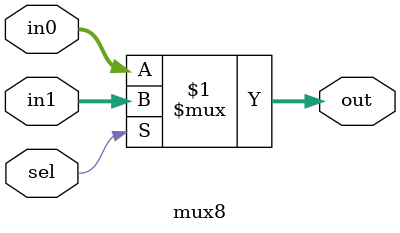
<source format=sv>
module mux8(in0,in1,sel,out);
input sel;
input [7:0]in0,in1;
output [7:0]out;

assign out = sel?in1:in0;
endmodule

</source>
